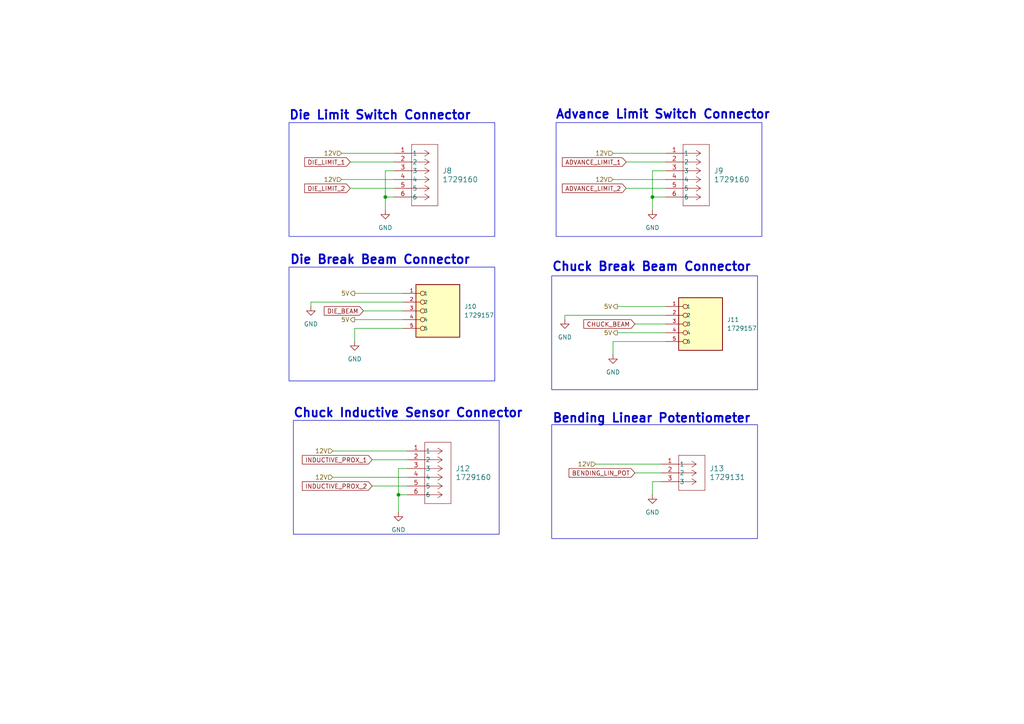
<source format=kicad_sch>
(kicad_sch (version 20231120) (generator "eeschema") (generator_version "8.0")
  (paper "A4")
  (lib_symbols
    (symbol "1729131:1729131" (pin_names (offset 0.254))
      (property "Reference" "J" (at 8.89 6.35 0))
      (property "Value" "1729131" (at 0 0 0))
      (symbol "1729131_0_1"
        (polyline (pts (xy 5.08 -7.62) (xy 12.7 -7.62)) (stroke (width 0.127)))
        (polyline (pts (xy 5.08 2.54) (xy 5.08 -7.62)) (stroke (width 0.127)))
        (polyline (pts (xy 10.16 -5.08) (xy 5.08 -5.08)) (stroke (width 0.127)))
        (polyline (pts (xy 10.16 -5.08) (xy 8.89 -5.9267)) (stroke (width 0.127)))
        (polyline (pts (xy 10.16 -5.08) (xy 8.89 -4.2333)) (stroke (width 0.127)))
        (polyline (pts (xy 10.16 -2.54) (xy 5.08 -2.54)) (stroke (width 0.127)))
        (polyline (pts (xy 10.16 -2.54) (xy 8.89 -3.3867)) (stroke (width 0.127)))
        (polyline (pts (xy 10.16 -2.54) (xy 8.89 -1.6933)) (stroke (width 0.127)))
        (polyline (pts (xy 10.16 0) (xy 5.08 0)) (stroke (width 0.127)))
        (polyline (pts (xy 10.16 0) (xy 8.89 -0.8467)) (stroke (width 0.127)))
        (polyline (pts (xy 10.16 0) (xy 8.89 0.8467)) (stroke (width 0.127)))
        (polyline (pts (xy 12.7 -7.62) (xy 12.7 2.54)) (stroke (width 0.127)))
        (polyline (pts (xy 12.7 2.54) (xy 5.08 2.54)) (stroke (width 0.127)))
        (pin unspecified line (at 0 0 0) (length 5.08) (name "1") (number "1"))
        (pin unspecified line (at 0 -2.54 0) (length 5.08) (name "2") (number "2"))
        (pin unspecified line (at 0 -5.08 0) (length 5.08) (name "3") (number "3"))
      )
    )
    (symbol "1729157:1729157" (pin_names (offset 1.016))
      (property "Reference" "J" (at -6.85 7.62 0))
      (property "Value" "1729157" (at -6.35 -10.16 0))
      (symbol "1729157_0_0"
        (rectangle (start -6.35 -7.62) (end 6.35 7.62) (stroke (width 0.254)) (fill (type background)))
        (circle (center -4.445 -5.08) (radius 0.635) (stroke (width 0.1524)))
        (circle (center -4.445 -2.54) (radius 0.635) (stroke (width 0.1524)))
        (circle (center -4.445 0) (radius 0.635) (stroke (width 0.1524)))
        (circle (center -4.445 2.54) (radius 0.635) (stroke (width 0.1524)))
        (circle (center -4.445 5.08) (radius 0.635) (stroke (width 0.1524)))
        (pin passive line (at -10.16 5.08 0) (length 5.08) (name "1") (number "1"))
        (pin passive line (at -10.16 2.54 0) (length 5.08) (name "2") (number "2"))
        (pin passive line (at -10.16 0 0) (length 5.08) (name "3") (number "3"))
        (pin passive line (at -10.16 -2.54 0) (length 5.08) (name "4") (number "4"))
        (pin passive line (at -10.16 -5.08 0) (length 5.08) (name "5") (number "5"))
      )
    )
    (symbol "1729160:1729160" (pin_names (offset 0.254))
      (property "Reference" "J" (at 8.89 6.35 0))
      (property "Value" "1729160" (at 0 0 0))
      (symbol "1729160_0_1"
        (polyline (pts (xy 5.08 -15.24) (xy 12.7 -15.24)) (stroke (width 0.127)))
        (polyline (pts (xy 5.08 2.54) (xy 5.08 -15.24)) (stroke (width 0.127)))
        (polyline (pts (xy 10.16 -12.7) (xy 5.08 -12.7)) (stroke (width 0.127)))
        (polyline (pts (xy 10.16 -12.7) (xy 8.89 -13.5467)) (stroke (width 0.127)))
        (polyline (pts (xy 10.16 -12.7) (xy 8.89 -11.8533)) (stroke (width 0.127)))
        (polyline (pts (xy 10.16 -10.16) (xy 5.08 -10.16)) (stroke (width 0.127)))
        (polyline (pts (xy 10.16 -10.16) (xy 8.89 -11.0067)) (stroke (width 0.127)))
        (polyline (pts (xy 10.16 -10.16) (xy 8.89 -9.3133)) (stroke (width 0.127)))
        (polyline (pts (xy 10.16 -7.62) (xy 5.08 -7.62)) (stroke (width 0.127)))
        (polyline (pts (xy 10.16 -7.62) (xy 8.89 -8.4667)) (stroke (width 0.127)))
        (polyline (pts (xy 10.16 -7.62) (xy 8.89 -6.7733)) (stroke (width 0.127)))
        (polyline (pts (xy 10.16 -5.08) (xy 5.08 -5.08)) (stroke (width 0.127)))
        (polyline (pts (xy 10.16 -5.08) (xy 8.89 -5.9267)) (stroke (width 0.127)))
        (polyline (pts (xy 10.16 -5.08) (xy 8.89 -4.2333)) (stroke (width 0.127)))
        (polyline (pts (xy 10.16 -2.54) (xy 5.08 -2.54)) (stroke (width 0.127)))
        (polyline (pts (xy 10.16 -2.54) (xy 8.89 -3.3867)) (stroke (width 0.127)))
        (polyline (pts (xy 10.16 -2.54) (xy 8.89 -1.6933)) (stroke (width 0.127)))
        (polyline (pts (xy 10.16 0) (xy 5.08 0)) (stroke (width 0.127)))
        (polyline (pts (xy 10.16 0) (xy 8.89 -0.8467)) (stroke (width 0.127)))
        (polyline (pts (xy 10.16 0) (xy 8.89 0.8467)) (stroke (width 0.127)))
        (polyline (pts (xy 12.7 -15.24) (xy 12.7 2.54)) (stroke (width 0.127)))
        (polyline (pts (xy 12.7 2.54) (xy 5.08 2.54)) (stroke (width 0.127)))
        (pin unspecified line (at 0 0 0) (length 5.08) (name "1") (number "1"))
        (pin unspecified line (at 0 -2.54 0) (length 5.08) (name "2") (number "2"))
        (pin unspecified line (at 0 -5.08 0) (length 5.08) (name "3") (number "3"))
        (pin unspecified line (at 0 -7.62 0) (length 5.08) (name "4") (number "4"))
        (pin unspecified line (at 0 -10.16 0) (length 5.08) (name "5") (number "5"))
        (pin unspecified line (at 0 -12.7 0) (length 5.08) (name "6") (number "6"))
      )
    )
    (symbol "power:GND" (power) (pin_numbers hide) (pin_names (offset 0) hide)
      (property "Value" "GND" (at 0 -3.81 0))
      (symbol "GND_0_1"
        (polyline (pts (xy 0 0) (xy 0 -1.27) (xy 1.27 -1.27) (xy 0 -2.54) (xy -1.27 -1.27) (xy 0 -1.27)))
      )
      (symbol "GND_1_1"
        (pin power_in line (at 0 0 270) (length 0) (name "~") (number "1"))
      )
    )
  )
  (junction (at 189.23 57.15))
  (junction (at 111.76 57.15))
  (junction (at 115.57 143.51))
  (wire (pts (xy 96.52 138.43) (xy 118.11 138.43)))
  (wire (pts (xy 96.52 130.81) (xy 118.11 130.81)))
  (wire (pts (xy 181.61 54.61) (xy 193.04 54.61)))
  (wire (pts (xy 114.3 49.53) (xy 111.76 49.53)))
  (wire (pts (xy 177.8 102.87) (xy 177.8 99.06)))
  (wire (pts (xy 179.07 96.52) (xy 193.04 96.52)))
  (wire (pts (xy 102.87 95.25) (xy 116.84 95.25)))
  (wire (pts (xy 105.41 90.17) (xy 116.84 90.17)))
  (wire (pts (xy 114.3 52.07) (xy 99.06 52.07)))
  (wire (pts (xy 101.6 46.99) (xy 114.3 46.99)))
  (wire (pts (xy 102.87 85.09) (xy 116.84 85.09)))
  (wire (pts (xy 115.57 135.89) (xy 115.57 143.51)))
  (wire (pts (xy 177.8 44.45) (xy 193.04 44.45)))
  (wire (pts (xy 118.11 135.89) (xy 115.57 135.89)))
  (wire (pts (xy 102.87 92.71) (xy 116.84 92.71)))
  (wire (pts (xy 102.87 99.06) (xy 102.87 95.25)))
  (wire (pts (xy 189.23 49.53) (xy 189.23 57.15)))
  (wire (pts (xy 189.23 49.53) (xy 193.04 49.53)))
  (wire (pts (xy 184.15 137.16) (xy 191.77 137.16)))
  (wire (pts (xy 101.6 54.61) (xy 114.3 54.61)))
  (wire (pts (xy 163.83 91.44) (xy 193.04 91.44)))
  (wire (pts (xy 179.07 88.9) (xy 193.04 88.9)))
  (wire (pts (xy 189.23 57.15) (xy 189.23 60.96)))
  (wire (pts (xy 99.06 44.45) (xy 114.3 44.45)))
  (wire (pts (xy 184.15 93.98) (xy 193.04 93.98)))
  (wire (pts (xy 191.77 139.7) (xy 189.23 139.7)))
  (wire (pts (xy 177.8 52.07) (xy 193.04 52.07)))
  (wire (pts (xy 107.95 133.35) (xy 118.11 133.35)))
  (wire (pts (xy 115.57 143.51) (xy 115.57 148.59)))
  (wire (pts (xy 189.23 139.7) (xy 189.23 143.51)))
  (wire (pts (xy 111.76 49.53) (xy 111.76 57.15)))
  (wire (pts (xy 90.17 87.63) (xy 116.84 87.63)))
  (wire (pts (xy 172.72 134.62) (xy 191.77 134.62)))
  (wire (pts (xy 189.23 57.15) (xy 193.04 57.15)))
  (wire (pts (xy 111.76 57.15) (xy 111.76 60.96)))
  (wire (pts (xy 107.95 140.97) (xy 118.11 140.97)))
  (wire (pts (xy 111.76 57.15) (xy 114.3 57.15)))
  (wire (pts (xy 177.8 99.06) (xy 193.04 99.06)))
  (wire (pts (xy 163.83 92.71) (xy 163.83 91.44)))
  (wire (pts (xy 115.57 143.51) (xy 118.11 143.51)))
  (wire (pts (xy 90.17 88.9) (xy 90.17 87.63)))
  (wire (pts (xy 181.61 46.99) (xy 193.04 46.99)))
  (rectangle (start 85.09 121.92) (end 144.78 154.94))
  (rectangle (start 83.82 77.47) (end 143.51 110.49))
  (rectangle (start 83.82 35.56) (end 143.51 68.58))
  (rectangle (start 160.02 80.01) (end 219.71 113.03))
  (rectangle (start 161.29 35.56) (end 220.98 68.58))
  (rectangle (start 160.02 123.19) (end 219.71 156.21))
  (text "Chuck Inductive Sensor Connector" (at 118.364 119.888 0) (effects (font (size 2.54 2.54) (thickness 0.508) (bold yes))))
  (text "Advance Limit Switch Connector" (at 192.278 33.274 0) (effects (font (size 2.54 2.54) (thickness 0.508) (bold yes))))
  (text "Die Break Beam Connector" (at 110.236 75.438 0) (effects (font (size 2.54 2.54) (thickness 0.508) (bold yes))))
  (text "Chuck Break Beam Connector" (at 188.976 77.47 0) (effects (font (size 2.54 2.54) (thickness 0.508) (bold yes))))
  (text "Bending Linear Potentiometer" (at 188.976 121.412 0) (effects (font (size 2.54 2.54) (thickness 0.508) (bold yes))))
  (text "Die Limit Switch Connector" (at 110.236 33.528 0) (effects (font (size 2.54 2.54) (thickness 0.508) (bold yes))))
  (global_label "CHUCK_BEAM" (shape input) (at 184.15 93.98 180) (property "Intersheetrefs" "${INTERSHEET_REFS}" (effects (hide yes))))
  (global_label "BENDING_LIN_POT" (shape input) (at 184.15 137.16 180) (property "Intersheetrefs" "${INTERSHEET_REFS}" (effects (hide yes))))
  (global_label "DIE_LIMIT_2" (shape input) (at 101.6 54.61 180) (property "Intersheetrefs" "${INTERSHEET_REFS}" (effects (hide yes))))
  (global_label "DIE_LIMIT_1" (shape input) (at 101.6 46.99 180) (property "Intersheetrefs" "${INTERSHEET_REFS}" (effects (hide yes))))
  (global_label "INDUCTIVE_PROX_1" (shape input) (at 107.95 133.35 180) (property "Intersheetrefs" "${INTERSHEET_REFS}" (effects (hide yes))))
  (global_label "ADVANCE_LIMIT_1" (shape input) (at 181.61 46.99 180) (property "Intersheetrefs" "${INTERSHEET_REFS}" (effects (hide yes))))
  (global_label "INDUCTIVE_PROX_2" (shape input) (at 107.95 140.97 180) (property "Intersheetrefs" "${INTERSHEET_REFS}" (effects (hide yes))))
  (global_label "ADVANCE_LIMIT_2" (shape input) (at 181.61 54.61 180) (property "Intersheetrefs" "${INTERSHEET_REFS}" (effects (hide yes))))
  (global_label "DIE_BEAM" (shape input) (at 105.41 90.17 180) (property "Intersheetrefs" "${INTERSHEET_REFS}" (effects (hide yes))))
  (hierarchical_label "5V" (shape output) (at 102.87 85.09 180))
  (hierarchical_label "12V" (shape input) (at 177.8 52.07 180))
  (hierarchical_label "12V" (shape input) (at 99.06 52.07 180))
  (hierarchical_label "5V" (shape output) (at 179.07 96.52 180))
  (hierarchical_label "12V" (shape input) (at 99.06 44.45 180))
  (hierarchical_label "5V" (shape output) (at 102.87 92.71 180))
  (hierarchical_label "12V" (shape input) (at 177.8 44.45 180))
  (hierarchical_label "12V" (shape input) (at 96.52 138.43 180))
  (hierarchical_label "12V" (shape input) (at 172.72 134.62 180))
  (hierarchical_label "12V" (shape input) (at 96.52 130.81 180))
  (hierarchical_label "5V" (shape output) (at 179.07 88.9 180))
  (symbol (lib_id "1729160:1729160") (at 114.3 44.45 0) (unit 1)
    (property "Reference" "J8" (at 128.27 49.5299 0) (effects (font (size 1.524 1.524)) (justify left)))
    (property "Value" "1729160" (at 128.27 52.0699 0) (effects (font (size 1.524 1.524)) (justify left)))
    (property "Footprint" "CONN_1729160_PXC" (effects (hide yes)))
    (property "Datasheet" "1729160" (effects (hide yes)))
  )
  (symbol (lib_id "power:GND") (at 102.87 99.06 0) (unit 1)
    (property "Reference" "#PWR037" (effects (hide yes)))
    (property "Value" "GND" (at 102.87 104.14 0))
    (property "Description" "Power symbol creates a global label with name \"GND\" , ground" (effects (hide yes)))
  )
  (symbol (lib_id "power:GND") (at 111.76 60.96 0) (unit 1)
    (property "Reference" "#PWR034" (effects (hide yes)))
    (property "Value" "GND" (at 111.76 66.04 0))
    (property "Description" "Power symbol creates a global label with name \"GND\" , ground" (effects (hide yes)))
  )
  (symbol (lib_id "1729131:1729131") (at 191.77 134.62 0) (unit 1)
    (property "Reference" "J13" (at 205.74 135.8899 0) (effects (font (size 1.524 1.524)) (justify left)))
    (property "Value" "1729131" (at 205.74 138.4299 0) (effects (font (size 1.524 1.524)) (justify left)))
    (property "Footprint" "CONN_1729131_PXC" (effects (hide yes)))
    (property "Datasheet" "1729131" (effects (hide yes)))
  )
  (symbol (lib_id "1729160:1729160") (at 193.04 44.45 0) (unit 1)
    (property "Reference" "J9" (at 207.01 49.5299 0) (effects (font (size 1.524 1.524)) (justify left)))
    (property "Value" "1729160" (at 207.01 52.0699 0) (effects (font (size 1.524 1.524)) (justify left)))
    (property "Footprint" "CONN_1729160_PXC" (effects (hide yes)))
    (property "Datasheet" "1729160" (effects (hide yes)))
  )
  (symbol (lib_id "1729160:1729160") (at 118.11 130.81 0) (unit 1)
    (property "Reference" "J12" (at 132.08 135.8899 0) (effects (font (size 1.524 1.524)) (justify left)))
    (property "Value" "1729160" (at 132.08 138.4299 0) (effects (font (size 1.524 1.524)) (justify left)))
    (property "Footprint" "CONN_1729160_PXC" (effects (hide yes)))
    (property "Datasheet" "1729160" (effects (hide yes)))
  )
  (symbol (lib_id "1729157:1729157") (at 203.2 93.98 0) (unit 1)
    (property "Reference" "J11" (at 210.82 92.7099 0) (effects (justify left)))
    (property "Value" "1729157" (at 210.82 95.2499 0) (effects (justify left)))
    (property "Footprint" "1729157:PHOENIX_1729157" (effects (hide yes)))
    (property "MANUFACTURER" "PHOENIX" (effects (hide yes)))
  )
  (symbol (lib_id "1729157:1729157") (at 127 90.17 0) (unit 1)
    (property "Reference" "J10" (at 134.62 88.8999 0) (effects (justify left)))
    (property "Value" "1729157" (at 134.62 91.4399 0) (effects (justify left)))
    (property "Footprint" "1729157:PHOENIX_1729157" (effects (hide yes)))
    (property "MANUFACTURER" "PHOENIX" (effects (hide yes)))
  )
  (symbol (lib_id "power:GND") (at 115.57 148.59 0) (unit 1)
    (property "Reference" "#PWR041" (effects (hide yes)))
    (property "Value" "GND" (at 115.57 153.67 0))
    (property "Description" "Power symbol creates a global label with name \"GND\" , ground" (effects (hide yes)))
  )
  (symbol (lib_id "power:GND") (at 177.8 102.87 0) (unit 1)
    (property "Reference" "#PWR038" (effects (hide yes)))
    (property "Value" "GND" (at 177.8 107.95 0))
    (property "Description" "Power symbol creates a global label with name \"GND\" , ground" (effects (hide yes)))
  )
  (symbol (lib_id "power:GND") (at 189.23 60.96 0) (unit 1)
    (property "Reference" "#PWR036" (effects (hide yes)))
    (property "Value" "GND" (at 189.23 66.04 0))
    (property "Description" "Power symbol creates a global label with name \"GND\" , ground" (effects (hide yes)))
  )
  (symbol (lib_id "power:GND") (at 189.23 143.51 0) (unit 1)
    (property "Reference" "#PWR042" (effects (hide yes)))
    (property "Value" "GND" (at 189.23 148.59 0))
    (property "Description" "Power symbol creates a global label with name \"GND\" , ground" (effects (hide yes)))
  )
  (symbol (lib_id "power:GND") (at 163.83 92.71 0) (unit 1)
    (property "Reference" "#PWR040" (effects (hide yes)))
    (property "Value" "GND" (at 163.83 97.79 0))
    (property "Description" "Power symbol creates a global label with name \"GND\" , ground" (effects (hide yes)))
  )
  (symbol (lib_id "power:GND") (at 90.17 88.9 0) (unit 1)
    (property "Reference" "#PWR039" (effects (hide yes)))
    (property "Value" "GND" (at 90.17 93.98 0))
    (property "Description" "Power symbol creates a global label with name \"GND\" , ground" (effects (hide yes)))
  )
)
</source>
